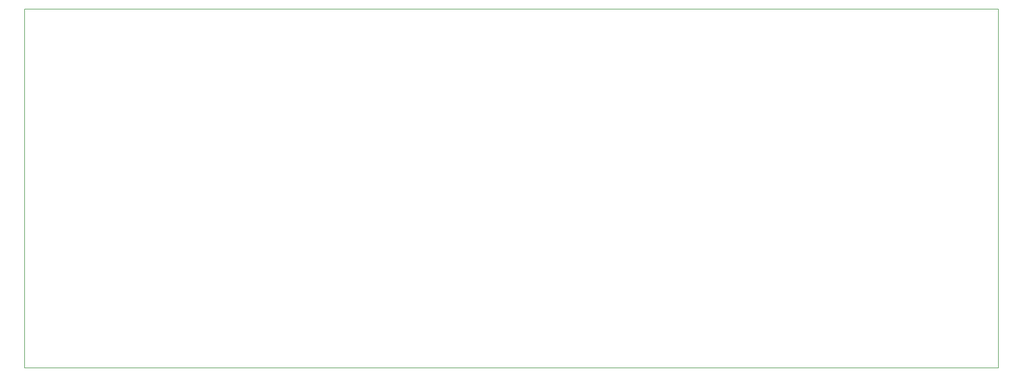
<source format=gm1>
G04 #@! TF.GenerationSoftware,KiCad,Pcbnew,(5.1.9)-1*
G04 #@! TF.CreationDate,2022-05-27T18:47:02+02:00*
G04 #@! TF.ProjectId,sofaboard,736f6661-626f-4617-9264-2e6b69636164,rev?*
G04 #@! TF.SameCoordinates,Original*
G04 #@! TF.FileFunction,Profile,NP*
%FSLAX46Y46*%
G04 Gerber Fmt 4.6, Leading zero omitted, Abs format (unit mm)*
G04 Created by KiCad (PCBNEW (5.1.9)-1) date 2022-05-27 18:47:02*
%MOMM*%
%LPD*%
G01*
G04 APERTURE LIST*
G04 #@! TA.AperFunction,Profile*
%ADD10C,0.150000*%
G04 #@! TD*
G04 APERTURE END LIST*
D10*
X8890000Y12065000D02*
X8890000Y121920000D01*
X307340000Y12065000D02*
X8890000Y12065000D01*
X307340000Y121920000D02*
X307340000Y12065000D01*
X8890000Y121920000D02*
X307340000Y121920000D01*
M02*

</source>
